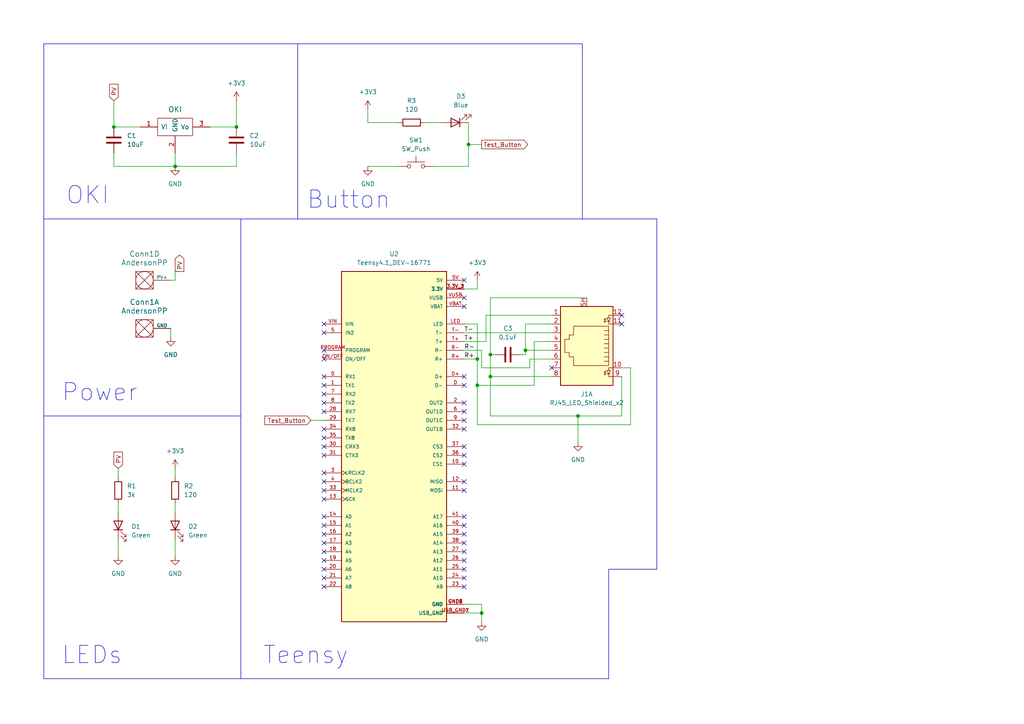
<source format=kicad_sch>
(kicad_sch (version 20230121) (generator eeschema)
  (paper "A4")
  (lib_symbols
    (symbol "Connector:RJ45_LED_Shielded_x2"
      (property "Reference" "J" (at -5.08 13.97 0))
      (property "Value" "RJ45_LED_Shielded_x2" (at 1.27 13.97 0))
      (symbol "RJ45_LED_Shielded_x2_0_1"
        (polyline (pts (xy -7.62 -7.62) (xy -6.35 -7.62)))
        (polyline (pts (xy -7.62 -5.08) (xy -6.35 -5.08)))
        (polyline (pts (xy -7.62 7.62) (xy -6.35 7.62)))
        (polyline (pts (xy -7.62 10.16) (xy -6.35 10.16)))
        (polyline (pts (xy -6.858 -5.842) (xy -5.842 -5.842)))
        (polyline (pts (xy -6.858 9.398) (xy -5.842 9.398)))
        (polyline (pts (xy -6.35 -7.62) (xy -6.35 -6.858)))
        (polyline (pts (xy -6.35 -5.08) (xy -6.35 -5.842)))
        (polyline (pts (xy -6.35 7.62) (xy -6.35 8.382)))
        (polyline (pts (xy -6.35 10.16) (xy -6.35 9.398)))
        (polyline (pts (xy -5.08 -6.223) (xy -5.207 -6.604)))
        (polyline (pts (xy -5.08 -5.588) (xy -5.207 -5.969)))
        (polyline (pts (xy -5.08 4.445) (xy -6.35 4.445)))
        (polyline (pts (xy -5.08 5.715) (xy -6.35 5.715)))
        (polyline (pts (xy -5.08 9.017) (xy -5.207 8.636)))
        (polyline (pts (xy -5.08 9.652) (xy -5.207 9.271)))
        (polyline (pts (xy -6.35 -3.175) (xy -5.08 -3.175) (xy -5.08 -3.175)))
        (polyline (pts (xy -6.35 -1.905) (xy -5.08 -1.905) (xy -5.08 -1.905)))
        (polyline (pts (xy -6.35 -0.635) (xy -5.08 -0.635) (xy -5.08 -0.635)))
        (polyline (pts (xy -6.35 0.635) (xy -5.08 0.635) (xy -5.08 0.635)))
        (polyline (pts (xy -6.35 1.905) (xy -5.08 1.905) (xy -5.08 1.905)))
        (polyline (pts (xy -5.588 -6.731) (xy -5.08 -6.223) (xy -5.461 -6.35)))
        (polyline (pts (xy -5.588 -6.096) (xy -5.08 -5.588) (xy -5.461 -5.715)))
        (polyline (pts (xy -5.588 8.509) (xy -5.08 9.017) (xy -5.461 8.89)))
        (polyline (pts (xy -5.588 9.144) (xy -5.08 9.652) (xy -5.461 9.525)))
        (polyline (pts (xy -5.08 3.175) (xy -6.35 3.175) (xy -6.35 3.175)))
        (polyline (pts (xy -6.35 -5.842) (xy -6.858 -6.858) (xy -5.842 -6.858) (xy -6.35 -5.842)))
        (polyline (pts (xy -6.35 9.398) (xy -6.858 8.382) (xy -5.842 8.382) (xy -6.35 9.398)))
        (polyline (pts (xy -6.35 -4.445) (xy -6.35 6.985) (xy 3.81 6.985) (xy 3.81 4.445) (xy 5.08 4.445) (xy 5.08 3.175) (xy 6.35 3.175) (xy 6.35 -0.635) (xy 5.08 -0.635) (xy 5.08 -1.905) (xy 3.81 -1.905) (xy 3.81 -4.445) (xy -6.35 -4.445) (xy -6.35 -4.445)))
        (rectangle (start 7.62 12.7) (end -7.62 -10.16) (stroke (width 0.254)) (fill (type background)))
      )
      (symbol "RJ45_LED_Shielded_x2_1_1"
        (pin passive line (at 10.16 -7.62 180) (length 2.54) (name "~") (number "1"))
        (pin passive line (at -10.16 7.62 0) (length 2.54) (name "~") (number "10"))
        (pin passive line (at -10.16 -5.08 0) (length 2.54) (name "~") (number "11"))
        (pin passive line (at -10.16 -7.62 0) (length 2.54) (name "~") (number "12"))
        (pin passive line (at 10.16 -5.08 180) (length 2.54) (name "~") (number "2"))
        (pin passive line (at 10.16 -2.54 180) (length 2.54) (name "~") (number "3"))
        (pin passive line (at 10.16 0 180) (length 2.54) (name "~") (number "4"))
        (pin passive line (at 10.16 2.54 180) (length 2.54) (name "~") (number "5"))
        (pin passive line (at 10.16 5.08 180) (length 2.54) (name "~") (number "6"))
        (pin passive line (at 10.16 7.62 180) (length 2.54) (name "~") (number "7"))
        (pin passive line (at 10.16 10.16 180) (length 2.54) (name "~") (number "8"))
        (pin passive line (at -10.16 10.16 0) (length 2.54) (name "~") (number "9"))
        (pin passive line (at 0 -12.7 90) (length 2.54) (name "~") (number "SH"))
      )
      (symbol "RJ45_LED_Shielded_x2_2_1"
        (pin passive line (at 10.16 -7.62 180) (length 2.54) (name "~") (number "13"))
        (pin passive line (at 10.16 -5.08 180) (length 2.54) (name "~") (number "14"))
        (pin passive line (at 10.16 -2.54 180) (length 2.54) (name "~") (number "15"))
        (pin passive line (at 10.16 0 180) (length 2.54) (name "~") (number "16"))
        (pin passive line (at 10.16 2.54 180) (length 2.54) (name "~") (number "17"))
        (pin passive line (at 10.16 5.08 180) (length 2.54) (name "~") (number "18"))
        (pin passive line (at 10.16 7.62 180) (length 2.54) (name "~") (number "19"))
        (pin passive line (at 10.16 10.16 180) (length 2.54) (name "~") (number "20"))
        (pin passive line (at -10.16 10.16 0) (length 2.54) (name "~") (number "21"))
        (pin passive line (at -10.16 7.62 0) (length 2.54) (name "~") (number "22"))
        (pin passive line (at -10.16 -5.08 0) (length 2.54) (name "~") (number "23"))
        (pin passive line (at -10.16 -7.62 0) (length 2.54) (name "~") (number "24"))
        (pin passive line (at 0 -12.7 90) (length 2.54) (name "~") (number "SH"))
      )
    )
    (symbol "Device:C" (pin_numbers hide) (pin_names (offset 0.254))
      (property "Reference" "C" (at 0.635 2.54 0))
      (property "Value" "C" (at 0.635 -2.54 0))
      (symbol "C_0_1"
        (polyline (pts (xy -2.032 -0.762) (xy 2.032 -0.762)) (stroke (width 0.508)))
        (polyline (pts (xy -2.032 0.762) (xy 2.032 0.762)) (stroke (width 0.508)))
      )
      (symbol "C_1_1"
        (pin passive line (at 0 3.81 270) (length 2.794) (name "~") (number "1"))
        (pin passive line (at 0 -3.81 90) (length 2.794) (name "~") (number "2"))
      )
    )
    (symbol "Device:LED" (pin_numbers hide) (pin_names (offset 1.016) hide)
      (property "Reference" "D" (at 0 2.54 0))
      (property "Value" "LED" (at 0 -2.54 0))
      (symbol "LED_0_1"
        (polyline (pts (xy -1.27 -1.27) (xy -1.27 1.27)) (stroke (width 0.254)))
        (polyline (pts (xy -1.27 0) (xy 1.27 0)))
        (polyline (pts (xy 1.27 -1.27) (xy 1.27 1.27) (xy -1.27 0) (xy 1.27 -1.27)) (stroke (width 0.254)))
        (polyline (pts (xy -3.048 -0.762) (xy -4.572 -2.286) (xy -3.81 -2.286) (xy -4.572 -2.286) (xy -4.572 -1.524)))
        (polyline (pts (xy -1.778 -0.762) (xy -3.302 -2.286) (xy -2.54 -2.286) (xy -3.302 -2.286) (xy -3.302 -1.524)))
      )
      (symbol "LED_1_1"
        (pin passive line (at -3.81 0 0) (length 2.54) (name "K") (number "1"))
        (pin passive line (at 3.81 0 180) (length 2.54) (name "A") (number "2"))
      )
    )
    (symbol "Device:R" (pin_numbers hide) (pin_names (offset 0))
      (property "Reference" "R" (at 2.032 0 90))
      (property "Value" "R" (at 0 0 90))
      (symbol "R_0_1"
        (rectangle (start -1.016 -2.54) (end 1.016 2.54) (stroke (width 0.254)))
      )
      (symbol "R_1_1"
        (pin passive line (at 0 3.81 270) (length 1.27) (name "~") (number "1"))
        (pin passive line (at 0 -3.81 90) (length 1.27) (name "~") (number "2"))
      )
    )
    (symbol "MRDT_Connectors:AndersonPP" (pin_numbers hide) (pin_names (offset 0))
      (property "Reference" "Conn" (at 3.81 -1.27 0))
      (property "Value" "AndersonPP" (at 2.54 6.35 0))
      (symbol "AndersonPP_0_1"
        (polyline (pts (xy 0 5.08) (xy 5.08 0)))
        (polyline (pts (xy 5.08 5.08) (xy 0 0)))
        (rectangle (start 0 0) (end 5.08 5.08))
        (circle (center 2.54 2.54) (radius 2.54))
      )
      (symbol "AndersonPP_1_1"
        (pin input line (at 10.16 2.54 180) (length 5.08) (name "GND") (number "1"))
      )
      (symbol "AndersonPP_2_1"
        (pin input line (at 10.16 2.54 180) (length 5.08) (name "V+Log") (number "2"))
      )
      (symbol "AndersonPP_3_1"
        (pin input line (at 10.16 2.54 180) (length 5.08) (name "V+Act") (number "3"))
      )
      (symbol "AndersonPP_4_1"
        (pin input line (at 10.16 2.54 180) (length 5.08) (name "PV+") (number "4"))
      )
      (symbol "AndersonPP_5_1"
        (pin input line (at 10.16 2.54 180) (length 5.08) (name "~") (number "1"))
      )
    )
    (symbol "MRDT_Devices:OKI" (pin_names (offset 1.016))
      (property "Value" "OKI" (at 5.08 6.35 0))
      (symbol "OKI_0_1"
        (rectangle (start 0 0) (end 10.16 5.08))
      )
      (symbol "OKI_1_1"
        (pin input line (at -5.08 2.54 0) (length 5.08) (name "Vi") (number "1"))
        (pin output line (at 5.08 -5.08 90) (length 5.08) (name "GND") (number "2"))
        (pin output line (at 15.24 2.54 180) (length 5.08) (name "Vo") (number "3"))
      )
    )
    (symbol "MRDT_Shields:Teensy4.1_DEV-16771" (pin_names (offset 1.016))
      (property "Reference" "U" (at -15.24 52.07 0))
      (property "Value" "Teensy4.1_DEV-16771" (at -15.24 -53.34 0))
      (symbol "Teensy4.1_DEV-16771_0_0"
        (rectangle (start -15.24 -50.8) (end 15.24 50.8) (stroke (width 0.254)) (fill (type background)))
        (pin bidirectional line (at -20.32 20.32 0) (length 5.08) (name "RX1") (number "0"))
        (pin bidirectional line (at -20.32 17.78 0) (length 5.08) (name "TX1") (number "1"))
        (pin bidirectional line (at 20.32 -5.08 180) (length 5.08) (name "CS1") (number "10"))
        (pin bidirectional line (at 20.32 -12.7 180) (length 5.08) (name "MOSI") (number "11"))
        (pin bidirectional line (at 20.32 -10.16 180) (length 5.08) (name "MISO") (number "12"))
        (pin bidirectional clock (at -20.32 -15.24 0) (length 5.08) (name "SCK") (number "13"))
        (pin bidirectional line (at -20.32 -20.32 0) (length 5.08) (name "A0") (number "14"))
        (pin bidirectional line (at -20.32 -22.86 0) (length 5.08) (name "A1") (number "15"))
        (pin bidirectional line (at -20.32 -25.4 0) (length 5.08) (name "A2") (number "16"))
        (pin bidirectional line (at -20.32 -27.94 0) (length 5.08) (name "A3") (number "17"))
        (pin bidirectional line (at -20.32 -30.48 0) (length 5.08) (name "A4") (number "18"))
        (pin bidirectional line (at -20.32 -33.02 0) (length 5.08) (name "A5") (number "19"))
        (pin output line (at 20.32 12.7 180) (length 5.08) (name "OUT2") (number "2"))
        (pin bidirectional line (at -20.32 -35.56 0) (length 5.08) (name "A6") (number "20"))
        (pin bidirectional line (at -20.32 -38.1 0) (length 5.08) (name "A7") (number "21"))
        (pin bidirectional line (at -20.32 -40.64 0) (length 5.08) (name "A8") (number "22"))
        (pin bidirectional line (at 20.32 -40.64 180) (length 5.08) (name "A9") (number "23"))
        (pin bidirectional line (at 20.32 -38.1 180) (length 5.08) (name "A10") (number "24"))
        (pin bidirectional line (at 20.32 -35.56 180) (length 5.08) (name "A11") (number "25"))
        (pin bidirectional line (at 20.32 -33.02 180) (length 5.08) (name "A12") (number "26"))
        (pin bidirectional line (at 20.32 -30.48 180) (length 5.08) (name "A13") (number "27"))
        (pin bidirectional line (at -20.32 10.16 0) (length 5.08) (name "RX7") (number "28"))
        (pin bidirectional line (at -20.32 7.62 0) (length 5.08) (name "TX7") (number "29"))
        (pin bidirectional clock (at -20.32 -7.62 0) (length 5.08) (name "LRCLK2") (number "3"))
        (pin power_in line (at 20.32 45.72 180) (length 5.08) (name "3.3V") (number "3.3V_1"))
        (pin power_in line (at 20.32 45.72 180) (length 5.08) (name "3.3V") (number "3.3V_2"))
        (pin power_in line (at 20.32 45.72 180) (length 5.08) (name "3.3V") (number "3.3V_3"))
        (pin bidirectional line (at -20.32 0 0) (length 5.08) (name "CRX3") (number "30"))
        (pin bidirectional line (at -20.32 -2.54 0) (length 5.08) (name "CTX3") (number "31"))
        (pin output line (at 20.32 5.08 180) (length 5.08) (name "OUT1B") (number "32"))
        (pin bidirectional clock (at -20.32 -12.7 0) (length 5.08) (name "MCLK2") (number "33"))
        (pin bidirectional line (at -20.32 5.08 0) (length 5.08) (name "RX8") (number "34"))
        (pin bidirectional line (at -20.32 2.54 0) (length 5.08) (name "TX8") (number "35"))
        (pin bidirectional line (at 20.32 -2.54 180) (length 5.08) (name "CS2") (number "36"))
        (pin bidirectional line (at 20.32 0 180) (length 5.08) (name "CS3") (number "37"))
        (pin bidirectional line (at 20.32 -27.94 180) (length 5.08) (name "A14") (number "38"))
        (pin bidirectional line (at 20.32 -25.4 180) (length 5.08) (name "A15") (number "39"))
        (pin bidirectional clock (at -20.32 -10.16 0) (length 5.08) (name "BCLK2") (number "4"))
        (pin bidirectional line (at 20.32 -22.86 180) (length 5.08) (name "A16") (number "40"))
        (pin bidirectional line (at 20.32 -20.32 180) (length 5.08) (name "A17") (number "41"))
        (pin bidirectional line (at -20.32 33.02 0) (length 5.08) (name "IN2") (number "5"))
        (pin power_in line (at 20.32 48.26 180) (length 5.08) (name "5V") (number "5V"))
        (pin output line (at 20.32 10.16 180) (length 5.08) (name "OUT1D") (number "6"))
        (pin bidirectional line (at -20.32 15.24 0) (length 5.08) (name "RX2") (number "7"))
        (pin bidirectional line (at -20.32 12.7 0) (length 5.08) (name "TX2") (number "8"))
        (pin output line (at 20.32 7.62 180) (length 5.08) (name "OUT1C") (number "9"))
        (pin bidirectional line (at 20.32 17.78 180) (length 5.08) (name "D-") (number "D"))
        (pin bidirectional line (at 20.32 20.32 180) (length 5.08) (name "D+") (number "D+"))
        (pin power_in line (at 20.32 -45.72 180) (length 5.08) (name "GND") (number "GND1"))
        (pin power_in line (at 20.32 -45.72 180) (length 5.08) (name "GND") (number "GND2"))
        (pin power_in line (at 20.32 -45.72 180) (length 5.08) (name "GND") (number "GND3"))
        (pin power_in line (at 20.32 -45.72 180) (length 5.08) (name "GND") (number "GND4"))
        (pin power_in line (at 20.32 -45.72 180) (length 5.08) (name "GND") (number "GND5"))
        (pin bidirectional line (at 20.32 35.56 180) (length 5.08) (name "LED") (number "LED"))
        (pin bidirectional line (at -20.32 25.4 0) (length 5.08) (name "ON/OFF") (number "ON/OFF"))
        (pin bidirectional line (at -20.32 27.94 0) (length 5.08) (name "PROGRAM") (number "PROGRAM"))
        (pin bidirectional line (at 20.32 25.4 180) (length 5.08) (name "R+") (number "R+"))
        (pin bidirectional line (at 20.32 27.94 180) (length 5.08) (name "R-") (number "R-"))
        (pin bidirectional line (at 20.32 30.48 180) (length 5.08) (name "T+") (number "T+"))
        (pin bidirectional line (at 20.32 33.02 180) (length 5.08) (name "T-") (number "T-"))
        (pin power_in line (at 20.32 -48.26 180) (length 5.08) (name "USB_GND") (number "USB_GND1"))
        (pin power_in line (at 20.32 -48.26 180) (length 5.08) (name "USB_GND") (number "USB_GND2"))
        (pin passive line (at 20.32 40.64 180) (length 5.08) (name "VBAT") (number "VBAT"))
        (pin input line (at -20.32 35.56 0) (length 5.08) (name "VIN") (number "VIN"))
        (pin passive line (at 20.32 43.18 180) (length 5.08) (name "VUSB") (number "VUSB"))
      )
    )
    (symbol "Switch:SW_Push" (pin_numbers hide) (pin_names (offset 1.016) hide)
      (property "Reference" "SW" (at 1.27 2.54 0))
      (property "Value" "SW_Push" (at 0 -1.524 0))
      (symbol "SW_Push_0_1"
        (circle (center -2.032 0) (radius 0.508))
        (polyline (pts (xy 0 1.27) (xy 0 3.048)))
        (polyline (pts (xy 2.54 1.27) (xy -2.54 1.27)))
        (circle (center 2.032 0) (radius 0.508))
        (pin passive line (at -5.08 0 0) (length 2.54) (name "1") (number "1"))
        (pin passive line (at 5.08 0 180) (length 2.54) (name "2") (number "2"))
      )
    )
    (symbol "power:+3V3" (power) (pin_names (offset 0))
      (property "Value" "+3V3" (at 0 3.556 0))
      (symbol "+3V3_0_1"
        (polyline (pts (xy -0.762 1.27) (xy 0 2.54)))
        (polyline (pts (xy 0 0) (xy 0 2.54)))
        (polyline (pts (xy 0 2.54) (xy 0.762 1.27)))
      )
      (symbol "+3V3_1_1"
        (pin power_in line (at 0 0 90) (length 0) hide (name "+3V3") (number "1"))
      )
    )
    (symbol "power:GND" (power) (pin_names (offset 0))
      (property "Value" "GND" (at 0 -3.81 0))
      (symbol "GND_0_1"
        (polyline (pts (xy 0 0) (xy 0 -1.27) (xy 1.27 -1.27) (xy 0 -2.54) (xy -1.27 -1.27) (xy 0 -1.27)))
      )
      (symbol "GND_1_1"
        (pin power_in line (at 0 0 270) (length 0) hide (name "GND") (number "1"))
      )
    )
  )
  (junction (at 167.64 120.65))
  (junction (at 152.4 101.6))
  (junction (at 138.43 104.14))
  (junction (at 142.24 102.87))
  (junction (at 50.8 48.26))
  (junction (at 135.89 41.91))
  (junction (at 139.7 177.8))
  (junction (at 68.58 36.83))
  (junction (at 33.02 36.83))
  (junction (at 142.24 109.22))
  (junction (at 138.43 111.76))
  (no_connect (at 134.62 86.36))
  (no_connect (at 134.62 167.64))
  (no_connect (at 93.98 104.14))
  (no_connect (at 93.98 149.86))
  (no_connect (at 134.62 134.62))
  (no_connect (at 134.62 129.54))
  (no_connect (at 93.98 124.46))
  (no_connect (at 93.98 137.16))
  (no_connect (at 93.98 101.6))
  (no_connect (at 134.62 157.48))
  (no_connect (at 134.62 116.84))
  (no_connect (at 134.62 149.86))
  (no_connect (at 134.62 142.24))
  (no_connect (at 93.98 116.84))
  (no_connect (at 134.62 81.28))
  (no_connect (at 93.98 127))
  (no_connect (at 160.02 106.68))
  (no_connect (at 134.62 170.18))
  (no_connect (at 134.62 162.56))
  (no_connect (at 93.98 129.54))
  (no_connect (at 134.62 165.1))
  (no_connect (at 93.98 160.02))
  (no_connect (at 93.98 165.1))
  (no_connect (at 134.62 124.46))
  (no_connect (at 93.98 114.3))
  (no_connect (at 93.98 111.76))
  (no_connect (at 134.62 119.38))
  (no_connect (at 93.98 162.56))
  (no_connect (at 93.98 170.18))
  (no_connect (at 134.62 111.76))
  (no_connect (at 93.98 152.4))
  (no_connect (at 134.62 154.94))
  (no_connect (at 93.98 109.22))
  (no_connect (at 134.62 109.22))
  (no_connect (at 180.34 91.44))
  (no_connect (at 93.98 132.08))
  (no_connect (at 134.62 139.7))
  (no_connect (at 93.98 93.98))
  (no_connect (at 93.98 139.7))
  (no_connect (at 134.62 121.92))
  (no_connect (at 134.62 160.02))
  (no_connect (at 93.98 142.24))
  (no_connect (at 93.98 157.48))
  (no_connect (at 93.98 144.78))
  (no_connect (at 93.98 167.64))
  (no_connect (at 93.98 119.38))
  (no_connect (at 134.62 88.9))
  (no_connect (at 93.98 96.52))
  (no_connect (at 180.34 93.98))
  (no_connect (at 93.98 154.94))
  (no_connect (at 134.62 132.08))
  (no_connect (at 134.62 152.4))
  (wire (pts (xy 142.24 120.65) (xy 142.24 109.22)))
  (wire (pts (xy 138.43 111.76) (xy 138.43 123.19)))
  (wire (pts (xy 152.4 101.6) (xy 152.4 102.87)))
  (polyline (pts (xy 176.53 196.85) (xy 176.53 165.1)))
  (wire (pts (xy 90.17 121.92) (xy 93.98 121.92)))
  (wire (pts (xy 50.8 81.28) (xy 49.53 81.28)))
  (wire (pts (xy 138.43 83.82) (xy 134.62 83.82)))
  (polyline (pts (xy 86.36 12.7) (xy 168.91 12.7)))
  (wire (pts (xy 167.64 120.65) (xy 142.24 120.65)))
  (wire (pts (xy 134.62 177.8) (xy 139.7 177.8)))
  (wire (pts (xy 60.96 36.83) (xy 68.58 36.83)))
  (wire (pts (xy 152.4 93.98) (xy 152.4 101.6)))
  (wire (pts (xy 50.8 44.45) (xy 50.8 48.26)))
  (wire (pts (xy 50.8 78.74) (xy 50.8 81.28)))
  (wire (pts (xy 134.62 93.98) (xy 138.43 93.98)))
  (wire (pts (xy 140.97 99.06) (xy 140.97 91.44)))
  (wire (pts (xy 106.68 31.75) (xy 106.68 35.56)))
  (wire (pts (xy 134.62 101.6) (xy 139.7 101.6)))
  (wire (pts (xy 153.67 106.68) (xy 153.67 104.14)))
  (wire (pts (xy 154.94 111.76) (xy 154.94 99.06)))
  (polyline (pts (xy 176.53 165.1) (xy 190.5 165.1)))
  (wire (pts (xy 170.18 86.36) (xy 142.24 86.36)))
  (wire (pts (xy 135.89 41.91) (xy 135.89 48.26)))
  (polyline (pts (xy 168.91 12.7) (xy 168.91 13.97)))
  (wire (pts (xy 180.34 120.65) (xy 167.64 120.65)))
  (wire (pts (xy 134.62 99.06) (xy 140.97 99.06)))
  (wire (pts (xy 142.24 102.87) (xy 142.24 109.22)))
  (wire (pts (xy 106.68 35.56) (xy 115.57 35.56)))
  (polyline (pts (xy 12.7 63.5) (xy 12.7 120.65)))
  (wire (pts (xy 152.4 102.87) (xy 151.13 102.87)))
  (polyline (pts (xy 12.7 63.5) (xy 168.91 63.5)))
  (wire (pts (xy 33.02 29.21) (xy 33.02 36.83)))
  (wire (pts (xy 134.62 104.14) (xy 138.43 104.14)))
  (wire (pts (xy 33.02 48.26) (xy 50.8 48.26)))
  (wire (pts (xy 140.97 91.44) (xy 160.02 91.44)))
  (polyline (pts (xy 168.91 63.5) (xy 190.5 63.5)))
  (wire (pts (xy 135.89 48.26) (xy 125.73 48.26)))
  (wire (pts (xy 139.7 101.6) (xy 139.7 106.68)))
  (wire (pts (xy 142.24 109.22) (xy 160.02 109.22)))
  (wire (pts (xy 50.8 135.89) (xy 50.8 138.43)))
  (wire (pts (xy 34.29 156.21) (xy 34.29 161.29)))
  (wire (pts (xy 139.7 175.26) (xy 139.7 177.8)))
  (wire (pts (xy 182.88 106.68) (xy 180.34 106.68)))
  (polyline (pts (xy 69.85 120.65) (xy 69.85 195.58)))
  (polyline (pts (xy 69.85 196.85) (xy 176.53 196.85)))
  (wire (pts (xy 160.02 93.98) (xy 152.4 93.98)))
  (wire (pts (xy 68.58 48.26) (xy 50.8 48.26)))
  (polyline (pts (xy 13.97 120.65) (xy 69.85 120.65)))
  (wire (pts (xy 50.8 156.21) (xy 50.8 161.29)))
  (polyline (pts (xy 12.7 120.65) (xy 12.7 196.85)))
  (wire (pts (xy 134.62 96.52) (xy 160.02 96.52)))
  (wire (pts (xy 123.19 35.56) (xy 128.27 35.56)))
  (wire (pts (xy 68.58 29.21) (xy 68.58 36.83)))
  (wire (pts (xy 138.43 81.28) (xy 138.43 83.82)))
  (wire (pts (xy 138.43 93.98) (xy 138.43 104.14)))
  (wire (pts (xy 138.43 104.14) (xy 138.43 111.76)))
  (wire (pts (xy 139.7 106.68) (xy 153.67 106.68)))
  (wire (pts (xy 154.94 99.06) (xy 160.02 99.06)))
  (polyline (pts (xy 69.85 196.85) (xy 69.85 195.58)))
  (wire (pts (xy 50.8 146.05) (xy 50.8 148.59)))
  (wire (pts (xy 153.67 104.14) (xy 160.02 104.14)))
  (wire (pts (xy 143.51 102.87) (xy 142.24 102.87)))
  (wire (pts (xy 33.02 36.83) (xy 40.64 36.83)))
  (wire (pts (xy 135.89 35.56) (xy 135.89 41.91)))
  (polyline (pts (xy 168.91 13.97) (xy 168.91 63.5)))
  (polyline (pts (xy 12.7 196.85) (xy 69.85 196.85)))
  (polyline (pts (xy 12.7 63.5) (xy 12.7 12.7)))
  (wire (pts (xy 138.43 111.76) (xy 154.94 111.76)))
  (wire (pts (xy 135.89 41.91) (xy 139.7 41.91)))
  (wire (pts (xy 33.02 44.45) (xy 33.02 48.26)))
  (polyline (pts (xy 12.7 12.7) (xy 86.36 12.7)))
  (wire (pts (xy 50.8 78.74) (xy 52.07 78.74)))
  (wire (pts (xy 34.29 135.89) (xy 34.29 138.43)))
  (polyline (pts (xy 86.36 12.7) (xy 86.36 13.97)))
  (wire (pts (xy 68.58 44.45) (xy 68.58 48.26)))
  (polyline (pts (xy 190.5 63.5) (xy 190.5 165.1)))
  (wire (pts (xy 134.62 175.26) (xy 139.7 175.26)))
  (wire (pts (xy 152.4 101.6) (xy 160.02 101.6)))
  (wire (pts (xy 49.53 95.25) (xy 49.53 97.79)))
  (wire (pts (xy 139.7 177.8) (xy 139.7 180.34)))
  (polyline (pts (xy 69.85 63.5) (xy 69.85 120.65)))
  (wire (pts (xy 182.88 123.19) (xy 182.88 106.68)))
  (wire (pts (xy 34.29 146.05) (xy 34.29 148.59)))
  (wire (pts (xy 167.64 120.65) (xy 167.64 128.27)))
  (polyline (pts (xy 12.7 120.65) (xy 13.97 120.65)))
  (polyline (pts (xy 86.36 13.97) (xy 86.36 63.5)))
  (wire (pts (xy 138.43 123.19) (xy 182.88 123.19)))
  (wire (pts (xy 106.68 48.26) (xy 115.57 48.26)))
  (wire (pts (xy 180.34 109.22) (xy 180.34 120.65)))
  (wire (pts (xy 142.24 86.36) (xy 142.24 102.87)))
  (text "LEDs" (at 17.78 193.04 0) (effects (font (size 5 5)) (justify left bottom)))
  (text "Teensy" (at 76.2 193.04 0) (effects (font (size 5 5)) (justify left bottom)))
  (text "Power" (at 17.78 116.84 0) (effects (font (size 5 5)) (justify left bottom)))
  (text "OKI" (at 19.05 59.69 0) (effects (font (size 5 5)) (justify left bottom)))
  (text "Button" (at 88.9 60.96 0) (effects (font (size 5 5)) (justify left bottom)))
  (label "R+" (at 134.62 104.14 0))
  (label "T-" (at 134.62 96.52 0))
  (label "R-" (at 134.62 101.6 0))
  (label "T+" (at 134.62 99.06 0))
  (global_label "PV" (shape input) (at 34.29 135.89 90) (property "Intersheetrefs" "${INTERSHEET_REFS}" (effects hide)))
  (global_label "Test_Button" (shape input) (at 90.17 121.92 180) (property "Intersheetrefs" "${INTERSHEET_REFS}" (effects hide)))
  (global_label "Test_Button" (shape output) (at 139.7 41.91 0) (property "Intersheetrefs" "${INTERSHEET_REFS}" (effects hide)))
  (global_label "PV" (shape input) (at 33.02 29.21 90) (property "Intersheetrefs" "${INTERSHEET_REFS}" (effects hide)))
  (global_label "PV" (shape output) (at 52.07 78.74 90) (property "Intersheetrefs" "${INTERSHEET_REFS}" (effects hide)))
  (symbol (lib_id "Device:R") (at 34.29 142.24 0) (unit 1)
    (property "Reference" "R1" (at 36.83 140.97 0) (effects (justify left)))
    (property "Value" "3k" (at 36.83 143.51 0) (effects (justify left)))
    (property "Footprint" "Resistor_SMD:R_0603_1608Metric_Pad0.98x0.95mm_HandSolder" (effects hide))
  )
  (symbol (lib_id "power:+3V3") (at 106.68 31.75 0) (unit 1)
    (property "Reference" "#PWR010" (effects hide))
    (property "Value" "+3V3" (at 106.68 26.67 0))
  )
  (symbol (lib_id "Device:C") (at 147.32 102.87 90) (unit 1)
    (property "Reference" "C3" (at 147.32 95.25 90))
    (property "Value" "0.1uF" (at 147.32 97.79 90))
    (property "Footprint" "Capacitor_SMD:C_0603_1608Metric_Pad1.08x0.95mm_HandSolder" (effects hide))
  )
  (symbol (lib_id "power:GND") (at 50.8 161.29 0) (unit 1)
    (property "Reference" "#PWR05" (effects hide))
    (property "Value" "GND" (at 50.8 166.37 0))
  )
  (symbol (lib_id "power:GND") (at 167.64 128.27 0) (unit 1)
    (property "Reference" "#PWR09" (effects hide))
    (property "Value" "GND" (at 167.64 133.35 0))
  )
  (symbol (lib_id "power:GND") (at 34.29 161.29 0) (unit 1)
    (property "Reference" "#PWR04" (effects hide))
    (property "Value" "GND" (at 34.29 166.37 0))
  )
  (symbol (lib_id "power:GND") (at 139.7 180.34 0) (unit 1)
    (property "Reference" "#PWR08" (effects hide))
    (property "Value" "GND" (at 139.7 185.42 0))
  )
  (symbol (lib_id "power:+3V3") (at 50.8 135.89 0) (unit 1)
    (property "Reference" "#PWR06" (effects hide))
    (property "Value" "+3V3" (at 50.8 130.81 0))
  )
  (symbol (lib_id "MRDT_Connectors:AndersonPP") (at 39.37 97.79 0) (unit 1)
    (property "Reference" "Conn1" (at 41.91 87.63 0) (effects (font (size 1.524 1.524))))
    (property "Value" "AndersonPP" (at 41.91 90.17 0) (effects (font (size 1.524 1.524))))
    (property "Footprint" "MRDT_Connectors:Square_Anderson_2_H_Side_By_Side_PV" (effects hide))
  )
  (symbol (lib_id "power:GND") (at 106.68 48.26 0) (unit 1)
    (property "Reference" "#PWR011" (effects hide))
    (property "Value" "GND" (at 106.68 53.34 0))
  )
  (symbol (lib_id "Device:R") (at 119.38 35.56 90) (unit 1)
    (property "Reference" "R3" (at 119.38 29.21 90))
    (property "Value" "120" (at 119.38 31.75 90))
    (property "Footprint" "Resistor_SMD:R_0603_1608Metric_Pad0.98x0.95mm_HandSolder" (effects hide))
  )
  (symbol (lib_id "Connector:RJ45_LED_Shielded_x2") (at 170.18 99.06 180) (unit 1)
    (property "Reference" "J1" (at 170.18 114.3 0))
    (property "Value" "RJ45_LED_Shielded_x2" (at 170.18 116.84 0))
    (property "Footprint" "MRDT_Connectors:RJ45_Teensy" (effects hide))
  )
  (symbol (lib_id "MRDT_Connectors:AndersonPP") (at 39.37 83.82 0) (unit 4)
    (property "Reference" "Conn1" (at 41.91 73.66 0) (effects (font (size 1.524 1.524))))
    (property "Value" "AndersonPP" (at 41.91 76.2 0) (effects (font (size 1.524 1.524))))
    (property "Footprint" "MRDT_Connectors:Square_Anderson_2_H_Side_By_Side_PV" (effects hide))
  )
  (symbol (lib_id "Device:LED") (at 132.08 35.56 180) (unit 1)
    (property "Reference" "D3" (at 133.6675 27.94 0))
    (property "Value" "Blue" (at 133.6675 30.48 0))
    (property "Footprint" "LED_SMD:LED_0603_1608Metric_Pad1.05x0.95mm_HandSolder" (effects hide))
  )
  (symbol (lib_id "Device:LED") (at 50.8 152.4 90) (unit 1)
    (property "Reference" "D2" (at 54.61 152.7175 90) (effects (justify right)))
    (property "Value" "Green" (at 54.61 155.2575 90) (effects (justify right)))
    (property "Footprint" "LED_SMD:LED_0603_1608Metric_Pad1.05x0.95mm_HandSolder" (effects hide))
  )
  (symbol (lib_id "power:+3V3") (at 68.58 29.21 0) (unit 1)
    (property "Reference" "#PWR03" (effects hide))
    (property "Value" "+3V3" (at 68.58 24.13 0))
  )
  (symbol (lib_id "power:+3V3") (at 138.43 81.28 0) (unit 1)
    (property "Reference" "#PWR07" (effects hide))
    (property "Value" "+3V3" (at 138.43 76.2 0))
  )
  (symbol (lib_id "Switch:SW_Push") (at 120.65 48.26 0) (unit 1)
    (property "Reference" "SW1" (at 120.65 40.64 0))
    (property "Value" "SW_Push" (at 120.65 43.18 0))
    (property "Footprint" "Button_Switch_SMD:SW_SPST_TL3305A" (effects hide))
  )
  (symbol (lib_id "MRDT_Shields:Teensy4.1_DEV-16771") (at 114.3 129.54 0) (unit 1)
    (property "Reference" "U2" (at 114.3 73.66 0))
    (property "Value" "Teensy4.1_DEV-16771" (at 114.3 76.2 0))
    (property "Footprint" "MRDT_Shields:Teensy_4_1_Ethernet" (effects hide))
    (property "STANDARD" "Manufacturer recommendations" (effects hide))
    (property "MAXIMUM_PACKAGE_HEIGHT" "4.07mm" (effects hide))
    (property "MANUFACTURER" "SparkFun Electronics" (effects hide))
    (property "PARTREV" "4.1" (effects hide))
  )
  (symbol (lib_id "Device:R") (at 50.8 142.24 0) (unit 1)
    (property "Reference" "R2" (at 53.34 140.97 0) (effects (justify left)))
    (property "Value" "120" (at 53.34 143.51 0) (effects (justify left)))
    (property "Footprint" "Resistor_SMD:R_0603_1608Metric_Pad0.98x0.95mm_HandSolder" (effects hide))
  )
  (symbol (lib_id "power:GND") (at 50.8 48.26 0) (unit 1)
    (property "Reference" "#PWR02" (effects hide))
    (property "Value" "GND" (at 50.8 53.34 0))
  )
  (symbol (lib_id "Device:LED") (at 34.29 152.4 90) (unit 1)
    (property "Reference" "D1" (at 38.1 152.7175 90) (effects (justify right)))
    (property "Value" "Green" (at 38.1 155.2575 90) (effects (justify right)))
    (property "Footprint" "LED_SMD:LED_0603_1608Metric_Pad1.05x0.95mm_HandSolder" (effects hide))
  )
  (symbol (lib_id "power:GND") (at 49.53 97.79 0) (unit 1)
    (property "Reference" "#PWR01" (effects hide))
    (property "Value" "GND" (at 49.53 102.87 0))
  )
  (symbol (lib_id "MRDT_Devices:OKI") (at 45.72 39.37 0) (unit 1)
    (property "Reference" "U1" (effects hide))
    (property "Value" "OKI" (at 50.8 31.75 0) (effects (font (size 1.524 1.524))))
    (property "Footprint" "MRDT_Devices:OKI_Horizontal" (effects hide))
  )
  (symbol (lib_id "Device:C") (at 68.58 40.64 0) (unit 1)
    (property "Reference" "C2" (at 72.39 39.37 0) (effects (justify left)))
    (property "Value" "10uF" (at 72.39 41.91 0) (effects (justify left)))
    (property "Footprint" "Capacitor_SMD:C_0603_1608Metric_Pad1.08x0.95mm_HandSolder" (effects hide))
  )
  (symbol (lib_id "Device:C") (at 33.02 40.64 0) (unit 1)
    (property "Reference" "C1" (at 36.83 39.37 0) (effects (justify left)))
    (property "Value" "10uF" (at 36.83 41.91 0) (effects (justify left)))
    (property "Footprint" "Capacitor_SMD:C_0603_1608Metric_Pad1.08x0.95mm_HandSolder" (effects hide))
  )
)
</source>
